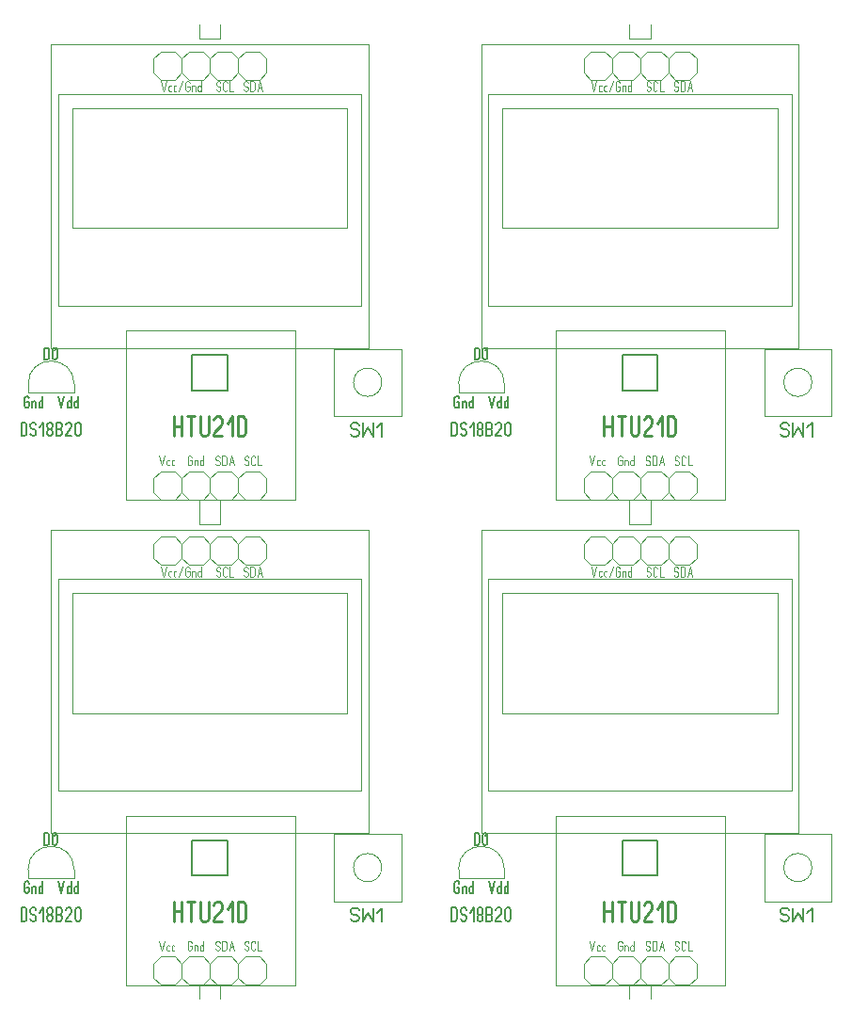
<source format=gbr>
%FSLAX34Y34*%
%MOMM*%
%LNSILK_TOP*%
G71*
G01*
%ADD10C, 0.100*%
%ADD11C, 0.133*%
%ADD12C, 0.200*%
%ADD13C, 0.220*%
%ADD14C, 0.110*%
%ADD15C, 0.156*%
%LPD*%
G54D10*
X31788Y-322962D02*
X31788Y-330962D01*
X72988Y-330962D01*
X72988Y-322962D01*
G54D10*
G75*
G01X73088Y-323062D02*
G03X31688Y-323062I-20700J0D01*
G01*
G54D11*
X30421Y-339104D02*
X32554Y-339104D01*
X32554Y-342438D01*
X32021Y-343771D01*
X30954Y-344438D01*
X29888Y-344438D01*
X28821Y-343771D01*
X28288Y-342438D01*
X28288Y-335771D01*
X28821Y-334438D01*
X29888Y-333771D01*
X30954Y-333771D01*
X32021Y-334438D01*
X32554Y-335771D01*
G54D11*
X35488Y-344438D02*
X35488Y-338438D01*
G54D11*
X35488Y-339771D02*
X36021Y-338838D01*
X37088Y-338438D01*
X38154Y-338838D01*
X38688Y-339771D01*
X38688Y-344438D01*
G54D11*
X44820Y-344438D02*
X44820Y-333771D01*
G54D11*
X44820Y-340171D02*
X44287Y-338838D01*
X43220Y-338438D01*
X42154Y-338838D01*
X41620Y-340171D01*
X41620Y-342838D01*
X42154Y-344171D01*
X43220Y-344438D01*
X44287Y-344171D01*
X44820Y-342838D01*
G54D11*
X58925Y-333771D02*
X61592Y-344438D01*
X64258Y-333771D01*
G54D11*
X70391Y-344438D02*
X70391Y-333771D01*
G54D11*
X70391Y-340171D02*
X69858Y-338838D01*
X68791Y-338438D01*
X67724Y-338838D01*
X67191Y-340171D01*
X67191Y-342838D01*
X67724Y-344171D01*
X68791Y-344438D01*
X69858Y-344171D01*
X70391Y-342838D01*
G54D11*
X76524Y-344438D02*
X76524Y-333771D01*
G54D11*
X76524Y-340171D02*
X75991Y-338838D01*
X74924Y-338438D01*
X73857Y-338838D01*
X73324Y-340171D01*
X73324Y-342838D01*
X73857Y-344171D01*
X74924Y-344438D01*
X75991Y-344171D01*
X76524Y-342838D01*
G54D11*
X46350Y-290425D02*
X46350Y-301092D01*
X49017Y-301092D01*
X50083Y-300425D01*
X50617Y-299092D01*
X50617Y-292425D01*
X50083Y-291092D01*
X49017Y-290425D01*
X46350Y-290425D01*
G54D11*
X55683Y-292425D02*
X58350Y-290425D01*
G54D11*
X57817Y-299092D02*
X57817Y-292425D01*
X57283Y-291092D01*
X56217Y-290425D01*
X55150Y-290425D01*
X54083Y-291092D01*
X53550Y-292425D01*
X53550Y-299092D01*
X54083Y-300425D01*
X55150Y-301092D01*
X56217Y-301092D01*
X57283Y-300425D01*
X57817Y-299092D01*
G54D10*
X367506Y-291306D02*
X307106Y-291306D01*
X307106Y-351706D01*
X367506Y-351706D01*
X367506Y-291306D01*
G54D10*
G75*
G01X350044Y-321469D02*
G03X350044Y-321469I-12700J0D01*
G01*
G54D10*
X119562Y-275162D02*
X271962Y-275162D01*
X271962Y-427562D01*
X119562Y-427562D01*
X119562Y-275162D01*
G54D10*
X246062Y-407938D02*
X239762Y-401638D01*
X226962Y-401638D01*
X220662Y-407938D01*
X220662Y-420738D01*
X226962Y-427038D01*
X239762Y-427038D01*
X246062Y-420738D01*
X246062Y-407938D01*
G54D10*
X220662Y-407938D02*
X214362Y-401638D01*
X201562Y-401638D01*
X195262Y-407938D01*
X195262Y-420738D01*
X201562Y-427038D01*
X214362Y-427038D01*
X220662Y-420738D01*
X220662Y-407938D01*
G54D10*
X195262Y-407938D02*
X188962Y-401638D01*
X176162Y-401638D01*
X169862Y-407938D01*
X169862Y-420738D01*
X176162Y-427038D01*
X188962Y-427038D01*
X195262Y-420738D01*
X195262Y-407938D01*
G54D10*
X169862Y-407938D02*
X163562Y-401638D01*
X150762Y-401638D01*
X144462Y-407938D01*
X144462Y-420738D01*
X150762Y-427038D01*
X163562Y-427038D01*
X169862Y-420738D01*
X169862Y-407938D01*
G54D12*
X179338Y-296862D02*
X211088Y-296862D01*
X211088Y-328612D01*
X179338Y-328612D01*
X179338Y-296862D01*
G54D13*
X162900Y-369838D02*
X162900Y-352060D01*
G54D13*
X170011Y-369838D02*
X170011Y-352060D01*
G54D13*
X162900Y-360949D02*
X170011Y-360949D01*
G54D13*
X178456Y-369838D02*
X178456Y-352060D01*
G54D13*
X174900Y-352060D02*
X182011Y-352060D01*
G54D13*
X186900Y-352060D02*
X186900Y-366504D01*
X187789Y-368726D01*
X189567Y-369838D01*
X191344Y-369838D01*
X193122Y-368726D01*
X194011Y-366504D01*
X194011Y-352060D01*
G54D13*
X206011Y-369838D02*
X198900Y-369838D01*
X198900Y-368726D01*
X199789Y-366504D01*
X205122Y-359838D01*
X206011Y-357615D01*
X206011Y-355393D01*
X205122Y-353171D01*
X203344Y-352060D01*
X201567Y-352060D01*
X199789Y-353171D01*
X198900Y-355393D01*
G54D13*
X210900Y-358726D02*
X215344Y-352060D01*
X215344Y-369838D01*
G54D13*
X220200Y-369838D02*
X220200Y-352060D01*
X224644Y-352060D01*
X226422Y-353171D01*
X227311Y-355393D01*
X227311Y-366504D01*
X226422Y-368726D01*
X224644Y-369838D01*
X220200Y-369838D01*
G54D14*
X149762Y-387336D02*
X151985Y-396225D01*
X154207Y-387336D01*
G54D14*
X158785Y-391558D02*
X157896Y-391225D01*
X157007Y-391558D01*
X156562Y-392669D01*
X156562Y-394892D01*
X157007Y-396003D01*
X157896Y-396225D01*
X158785Y-396003D01*
G54D14*
X163385Y-391558D02*
X162496Y-391225D01*
X161607Y-391558D01*
X161162Y-392669D01*
X161162Y-394892D01*
X161607Y-396003D01*
X162496Y-396225D01*
X163385Y-396003D01*
G54D14*
X177303Y-391780D02*
X179081Y-391780D01*
X179081Y-394558D01*
X178636Y-395669D01*
X177747Y-396225D01*
X176858Y-396225D01*
X175969Y-395669D01*
X175525Y-394558D01*
X175525Y-389003D01*
X175969Y-387892D01*
X176858Y-387336D01*
X177747Y-387336D01*
X178636Y-387892D01*
X179081Y-389003D01*
G54D14*
X181525Y-396225D02*
X181525Y-391225D01*
G54D14*
X181525Y-392336D02*
X181969Y-391558D01*
X182858Y-391225D01*
X183747Y-391558D01*
X184192Y-392336D01*
X184192Y-396225D01*
G54D14*
X189292Y-396225D02*
X189292Y-387336D01*
G54D14*
X189292Y-392669D02*
X188847Y-391558D01*
X187958Y-391225D01*
X187069Y-391558D01*
X186625Y-392669D01*
X186625Y-394892D01*
X187069Y-396003D01*
X187958Y-396225D01*
X188847Y-396003D01*
X189292Y-394892D01*
G54D14*
X226662Y-394558D02*
X227107Y-395669D01*
X227996Y-396225D01*
X228885Y-396225D01*
X229774Y-395669D01*
X230218Y-394558D01*
X230218Y-393447D01*
X229774Y-392336D01*
X228885Y-391780D01*
X227996Y-391780D01*
X227107Y-391225D01*
X226662Y-390114D01*
X226662Y-389003D01*
X227107Y-387892D01*
X227996Y-387336D01*
X228885Y-387336D01*
X229774Y-387892D01*
X230218Y-389003D01*
G54D14*
X236218Y-394558D02*
X235774Y-395669D01*
X234885Y-396225D01*
X233996Y-396225D01*
X233107Y-395669D01*
X232662Y-394558D01*
X232662Y-389003D01*
X233107Y-387892D01*
X233996Y-387336D01*
X234885Y-387336D01*
X235774Y-387892D01*
X236218Y-389003D01*
G54D14*
X238662Y-387336D02*
X238662Y-396225D01*
X241774Y-396225D01*
G54D14*
X200525Y-394558D02*
X200969Y-395669D01*
X201858Y-396225D01*
X202747Y-396225D01*
X203636Y-395669D01*
X204081Y-394558D01*
X204081Y-393447D01*
X203636Y-392336D01*
X202747Y-391780D01*
X201858Y-391780D01*
X200969Y-391225D01*
X200525Y-390114D01*
X200525Y-389003D01*
X200969Y-387892D01*
X201858Y-387336D01*
X202747Y-387336D01*
X203636Y-387892D01*
X204081Y-389003D01*
G54D14*
X206525Y-396225D02*
X206525Y-387336D01*
X208747Y-387336D01*
X209636Y-387892D01*
X210081Y-389003D01*
X210081Y-394558D01*
X209636Y-395669D01*
X208747Y-396225D01*
X206525Y-396225D01*
G54D14*
X212525Y-396225D02*
X214747Y-387336D01*
X216969Y-396225D01*
G54D14*
X213414Y-392892D02*
X216081Y-392892D01*
G54D10*
X185738Y50D02*
X185738Y-12650D01*
X204788Y-12650D01*
X204788Y50D01*
G54D10*
X185800Y-439738D02*
X185800Y-427038D01*
X204850Y-427038D01*
X204850Y-439738D01*
G54D10*
X52388Y-17412D02*
X338138Y-17412D01*
X338138Y-290462D01*
X52388Y-290462D01*
X52388Y-17412D01*
G54D10*
X58738Y-61862D02*
X331788Y-61862D01*
X331788Y-252362D01*
X58738Y-252362D01*
X58738Y-61862D01*
G54D10*
X71438Y-74562D02*
X319088Y-74562D01*
X319088Y-182512D01*
X71438Y-182512D01*
X71438Y-74562D01*
G54D10*
X246062Y-42912D02*
X239762Y-49212D01*
X226962Y-49212D01*
X220662Y-42912D01*
X220662Y-30112D01*
X226962Y-23812D01*
X239762Y-23812D01*
X246062Y-30112D01*
X246062Y-42912D01*
G54D10*
X220662Y-42912D02*
X214362Y-49212D01*
X201562Y-49212D01*
X195262Y-42912D01*
X195262Y-30112D01*
X201562Y-23812D01*
X214362Y-23812D01*
X220662Y-30112D01*
X220662Y-42912D01*
G54D10*
X195262Y-42912D02*
X188962Y-49212D01*
X176162Y-49212D01*
X169862Y-42912D01*
X169862Y-30112D01*
X176162Y-23812D01*
X188962Y-23812D01*
X195262Y-30112D01*
X195262Y-42912D01*
G54D10*
X169862Y-42912D02*
X163562Y-49212D01*
X150762Y-49212D01*
X144462Y-42912D01*
X144462Y-30112D01*
X150762Y-23812D01*
X163562Y-23812D01*
X169862Y-30112D01*
X169862Y-42912D01*
G54D14*
X151438Y-50761D02*
X153660Y-59650D01*
X155882Y-50761D01*
G54D14*
X160460Y-54983D02*
X159571Y-54650D01*
X158682Y-54983D01*
X158238Y-56094D01*
X158238Y-58317D01*
X158682Y-59428D01*
X159571Y-59650D01*
X160460Y-59428D01*
G54D14*
X165060Y-54983D02*
X164171Y-54650D01*
X163282Y-54983D01*
X162838Y-56094D01*
X162838Y-58317D01*
X163282Y-59428D01*
X164171Y-59650D01*
X165060Y-59428D01*
G54D14*
X167438Y-59650D02*
X170993Y-50761D01*
G54D14*
X175215Y-55206D02*
X176993Y-55206D01*
X176993Y-57983D01*
X176549Y-59094D01*
X175660Y-59650D01*
X174771Y-59650D01*
X173882Y-59094D01*
X173438Y-57983D01*
X173438Y-52428D01*
X173882Y-51317D01*
X174771Y-50761D01*
X175660Y-50761D01*
X176549Y-51317D01*
X176993Y-52428D01*
G54D14*
X179438Y-59650D02*
X179438Y-54650D01*
G54D14*
X179438Y-55761D02*
X179882Y-54983D01*
X180771Y-54650D01*
X181660Y-54983D01*
X182104Y-55761D01*
X182104Y-59650D01*
G54D14*
X187204Y-59650D02*
X187204Y-50761D01*
G54D14*
X187204Y-56094D02*
X186760Y-54983D01*
X185871Y-54650D01*
X184982Y-54983D01*
X184538Y-56094D01*
X184538Y-58317D01*
X184982Y-59428D01*
X185871Y-59650D01*
X186760Y-59428D01*
X187204Y-58317D01*
G54D14*
X201288Y-57983D02*
X201732Y-59094D01*
X202621Y-59650D01*
X203510Y-59650D01*
X204399Y-59094D01*
X204843Y-57983D01*
X204843Y-56872D01*
X204399Y-55761D01*
X203510Y-55206D01*
X202621Y-55206D01*
X201732Y-54650D01*
X201288Y-53539D01*
X201288Y-52428D01*
X201732Y-51317D01*
X202621Y-50761D01*
X203510Y-50761D01*
X204399Y-51317D01*
X204843Y-52428D01*
G54D14*
X210843Y-57983D02*
X210399Y-59094D01*
X209510Y-59650D01*
X208621Y-59650D01*
X207732Y-59094D01*
X207288Y-57983D01*
X207288Y-52428D01*
X207732Y-51317D01*
X208621Y-50761D01*
X209510Y-50761D01*
X210399Y-51317D01*
X210843Y-52428D01*
G54D14*
X213288Y-50761D02*
X213288Y-59650D01*
X216399Y-59650D01*
G54D14*
X225950Y-57983D02*
X226394Y-59094D01*
X227283Y-59650D01*
X228172Y-59650D01*
X229061Y-59094D01*
X229506Y-57983D01*
X229506Y-56872D01*
X229061Y-55761D01*
X228172Y-55206D01*
X227283Y-55206D01*
X226394Y-54650D01*
X225950Y-53539D01*
X225950Y-52428D01*
X226394Y-51317D01*
X227283Y-50761D01*
X228172Y-50761D01*
X229061Y-51317D01*
X229506Y-52428D01*
G54D14*
X231950Y-59650D02*
X231950Y-50761D01*
X234172Y-50761D01*
X235061Y-51317D01*
X235506Y-52428D01*
X235506Y-57983D01*
X235061Y-59094D01*
X234172Y-59650D01*
X231950Y-59650D01*
G54D14*
X237950Y-59650D02*
X240172Y-50761D01*
X242394Y-59650D01*
G54D14*
X238839Y-56317D02*
X241506Y-56317D01*
G54D15*
X322050Y-367729D02*
X322984Y-369285D01*
X324850Y-370062D01*
X326717Y-370062D01*
X328584Y-369285D01*
X329517Y-367729D01*
X329517Y-366174D01*
X328584Y-364618D01*
X326717Y-363840D01*
X324850Y-363840D01*
X322984Y-363062D01*
X322050Y-361507D01*
X322050Y-359951D01*
X322984Y-358396D01*
X324850Y-357618D01*
X326717Y-357618D01*
X328584Y-358396D01*
X329517Y-359951D01*
G54D15*
X332940Y-357618D02*
X332940Y-370062D01*
X337606Y-362285D01*
X342273Y-370062D01*
X342273Y-357618D01*
G54D15*
X345694Y-362285D02*
X350361Y-357618D01*
X350361Y-370062D01*
G54D15*
X25413Y-369874D02*
X25413Y-357430D01*
X28524Y-357430D01*
X29769Y-358208D01*
X30391Y-359763D01*
X30391Y-367541D01*
X29769Y-369097D01*
X28524Y-369874D01*
X25413Y-369874D01*
G54D15*
X33813Y-367541D02*
X34435Y-369097D01*
X35680Y-369874D01*
X36924Y-369874D01*
X38169Y-369097D01*
X38791Y-367541D01*
X38791Y-365986D01*
X38169Y-364430D01*
X36924Y-363652D01*
X35680Y-363652D01*
X34435Y-362874D01*
X33813Y-361319D01*
X33813Y-359763D01*
X34435Y-358208D01*
X35680Y-357430D01*
X36924Y-357430D01*
X38169Y-358208D01*
X38791Y-359763D01*
G54D15*
X42213Y-362097D02*
X45324Y-357430D01*
X45324Y-369874D01*
G54D15*
X51857Y-363652D02*
X50613Y-363652D01*
X49368Y-362874D01*
X48746Y-361319D01*
X48746Y-359763D01*
X49368Y-358208D01*
X50613Y-357430D01*
X51857Y-357430D01*
X53102Y-358208D01*
X53724Y-359763D01*
X53724Y-361319D01*
X53102Y-362874D01*
X51857Y-363652D01*
X53102Y-364430D01*
X53724Y-365986D01*
X53724Y-367541D01*
X53102Y-369097D01*
X51857Y-369874D01*
X50613Y-369874D01*
X49368Y-369097D01*
X48746Y-367541D01*
X48746Y-365986D01*
X49368Y-364430D01*
X50613Y-363652D01*
G54D15*
X57146Y-369874D02*
X57146Y-357430D01*
X60257Y-357430D01*
X61502Y-358208D01*
X62124Y-359763D01*
X62124Y-361319D01*
X61502Y-362874D01*
X60257Y-363652D01*
X61502Y-364430D01*
X62124Y-365986D01*
X62124Y-367541D01*
X61502Y-369097D01*
X60257Y-369874D01*
X57146Y-369874D01*
G54D15*
X57146Y-363652D02*
X60257Y-363652D01*
G54D15*
X70524Y-369874D02*
X65546Y-369874D01*
X65546Y-369097D01*
X66168Y-367541D01*
X69902Y-362874D01*
X70524Y-361319D01*
X70524Y-359763D01*
X69902Y-358208D01*
X68657Y-357430D01*
X67413Y-357430D01*
X66168Y-358208D01*
X65546Y-359763D01*
G54D15*
X78924Y-359763D02*
X78924Y-367541D01*
X78302Y-369097D01*
X77057Y-369874D01*
X75813Y-369874D01*
X74568Y-369097D01*
X73946Y-367541D01*
X73946Y-359763D01*
X74568Y-358208D01*
X75813Y-357430D01*
X77057Y-357430D01*
X78302Y-358208D01*
X78924Y-359763D01*
G54D10*
X419138Y-322962D02*
X419138Y-330962D01*
X460338Y-330962D01*
X460338Y-322962D01*
G54D10*
G75*
G01X460438Y-323062D02*
G03X419038Y-323062I-20700J0D01*
G01*
G54D11*
X417771Y-339104D02*
X419904Y-339104D01*
X419904Y-342438D01*
X419371Y-343771D01*
X418304Y-344438D01*
X417238Y-344438D01*
X416171Y-343771D01*
X415638Y-342438D01*
X415638Y-335771D01*
X416171Y-334438D01*
X417238Y-333771D01*
X418304Y-333771D01*
X419371Y-334438D01*
X419904Y-335771D01*
G54D11*
X422838Y-344438D02*
X422838Y-338438D01*
G54D11*
X422838Y-339771D02*
X423371Y-338838D01*
X424438Y-338438D01*
X425504Y-338838D01*
X426038Y-339771D01*
X426038Y-344438D01*
G54D11*
X432170Y-344438D02*
X432170Y-333771D01*
G54D11*
X432170Y-340171D02*
X431637Y-338838D01*
X430570Y-338438D01*
X429504Y-338838D01*
X428970Y-340171D01*
X428970Y-342838D01*
X429504Y-344171D01*
X430570Y-344438D01*
X431637Y-344171D01*
X432170Y-342838D01*
G54D11*
X446275Y-333771D02*
X448942Y-344438D01*
X451608Y-333771D01*
G54D11*
X457741Y-344438D02*
X457741Y-333771D01*
G54D11*
X457741Y-340171D02*
X457208Y-338838D01*
X456141Y-338438D01*
X455074Y-338838D01*
X454541Y-340171D01*
X454541Y-342838D01*
X455074Y-344171D01*
X456141Y-344438D01*
X457208Y-344171D01*
X457741Y-342838D01*
G54D11*
X463874Y-344438D02*
X463874Y-333771D01*
G54D11*
X463874Y-340171D02*
X463341Y-338838D01*
X462274Y-338438D01*
X461207Y-338838D01*
X460674Y-340171D01*
X460674Y-342838D01*
X461207Y-344171D01*
X462274Y-344438D01*
X463341Y-344171D01*
X463874Y-342838D01*
G54D11*
X433700Y-290425D02*
X433700Y-301092D01*
X436367Y-301092D01*
X437433Y-300425D01*
X437967Y-299092D01*
X437967Y-292425D01*
X437433Y-291092D01*
X436367Y-290425D01*
X433700Y-290425D01*
G54D11*
X443033Y-292425D02*
X445700Y-290425D01*
G54D11*
X445167Y-299092D02*
X445167Y-292425D01*
X444633Y-291092D01*
X443567Y-290425D01*
X442500Y-290425D01*
X441433Y-291092D01*
X440900Y-292425D01*
X440900Y-299092D01*
X441433Y-300425D01*
X442500Y-301092D01*
X443567Y-301092D01*
X444633Y-300425D01*
X445167Y-299092D01*
G54D10*
X754856Y-291306D02*
X694456Y-291306D01*
X694456Y-351706D01*
X754856Y-351706D01*
X754856Y-291306D01*
G54D10*
G75*
G01X737394Y-321469D02*
G03X737394Y-321469I-12700J0D01*
G01*
G54D10*
X506912Y-275162D02*
X659312Y-275162D01*
X659312Y-427562D01*
X506912Y-427562D01*
X506912Y-275162D01*
G54D10*
X633412Y-407938D02*
X627112Y-401638D01*
X614312Y-401638D01*
X608012Y-407938D01*
X608012Y-420738D01*
X614312Y-427038D01*
X627112Y-427038D01*
X633412Y-420738D01*
X633412Y-407938D01*
G54D10*
X608012Y-407938D02*
X601712Y-401638D01*
X588912Y-401638D01*
X582612Y-407938D01*
X582612Y-420738D01*
X588912Y-427038D01*
X601712Y-427038D01*
X608012Y-420738D01*
X608012Y-407938D01*
G54D10*
X582612Y-407938D02*
X576312Y-401638D01*
X563512Y-401638D01*
X557212Y-407938D01*
X557212Y-420738D01*
X563512Y-427038D01*
X576312Y-427038D01*
X582612Y-420738D01*
X582612Y-407938D01*
G54D10*
X557212Y-407938D02*
X550912Y-401638D01*
X538112Y-401638D01*
X531812Y-407938D01*
X531812Y-420738D01*
X538112Y-427038D01*
X550912Y-427038D01*
X557212Y-420738D01*
X557212Y-407938D01*
G54D12*
X566688Y-296862D02*
X598438Y-296862D01*
X598438Y-328612D01*
X566688Y-328612D01*
X566688Y-296862D01*
G54D13*
X550250Y-369838D02*
X550250Y-352060D01*
G54D13*
X557361Y-369838D02*
X557361Y-352060D01*
G54D13*
X550250Y-360949D02*
X557361Y-360949D01*
G54D13*
X565806Y-369838D02*
X565806Y-352060D01*
G54D13*
X562250Y-352060D02*
X569361Y-352060D01*
G54D13*
X574250Y-352060D02*
X574250Y-366504D01*
X575139Y-368726D01*
X576917Y-369838D01*
X578694Y-369838D01*
X580472Y-368726D01*
X581361Y-366504D01*
X581361Y-352060D01*
G54D13*
X593361Y-369838D02*
X586250Y-369838D01*
X586250Y-368726D01*
X587139Y-366504D01*
X592472Y-359838D01*
X593361Y-357615D01*
X593361Y-355393D01*
X592472Y-353171D01*
X590694Y-352060D01*
X588917Y-352060D01*
X587139Y-353171D01*
X586250Y-355393D01*
G54D13*
X598250Y-358726D02*
X602694Y-352060D01*
X602694Y-369838D01*
G54D13*
X607550Y-369838D02*
X607550Y-352060D01*
X611994Y-352060D01*
X613772Y-353171D01*
X614661Y-355393D01*
X614661Y-366504D01*
X613772Y-368726D01*
X611994Y-369838D01*
X607550Y-369838D01*
G54D14*
X537112Y-387336D02*
X539335Y-396225D01*
X541557Y-387336D01*
G54D14*
X546135Y-391558D02*
X545246Y-391225D01*
X544357Y-391558D01*
X543912Y-392669D01*
X543912Y-394892D01*
X544357Y-396003D01*
X545246Y-396225D01*
X546135Y-396003D01*
G54D14*
X550735Y-391558D02*
X549846Y-391225D01*
X548957Y-391558D01*
X548512Y-392669D01*
X548512Y-394892D01*
X548957Y-396003D01*
X549846Y-396225D01*
X550735Y-396003D01*
G54D14*
X564653Y-391780D02*
X566431Y-391780D01*
X566431Y-394558D01*
X565986Y-395669D01*
X565097Y-396225D01*
X564208Y-396225D01*
X563319Y-395669D01*
X562875Y-394558D01*
X562875Y-389003D01*
X563319Y-387892D01*
X564208Y-387336D01*
X565097Y-387336D01*
X565986Y-387892D01*
X566431Y-389003D01*
G54D14*
X568875Y-396225D02*
X568875Y-391225D01*
G54D14*
X568875Y-392336D02*
X569319Y-391558D01*
X570208Y-391225D01*
X571097Y-391558D01*
X571542Y-392336D01*
X571542Y-396225D01*
G54D14*
X576642Y-396225D02*
X576642Y-387336D01*
G54D14*
X576642Y-392669D02*
X576197Y-391558D01*
X575308Y-391225D01*
X574419Y-391558D01*
X573975Y-392669D01*
X573975Y-394892D01*
X574419Y-396003D01*
X575308Y-396225D01*
X576197Y-396003D01*
X576642Y-394892D01*
G54D14*
X614012Y-394558D02*
X614457Y-395669D01*
X615346Y-396225D01*
X616235Y-396225D01*
X617124Y-395669D01*
X617568Y-394558D01*
X617568Y-393447D01*
X617124Y-392336D01*
X616235Y-391780D01*
X615346Y-391780D01*
X614457Y-391225D01*
X614012Y-390114D01*
X614012Y-389003D01*
X614457Y-387892D01*
X615346Y-387336D01*
X616235Y-387336D01*
X617124Y-387892D01*
X617568Y-389003D01*
G54D14*
X623568Y-394558D02*
X623124Y-395669D01*
X622235Y-396225D01*
X621346Y-396225D01*
X620457Y-395669D01*
X620012Y-394558D01*
X620012Y-389003D01*
X620457Y-387892D01*
X621346Y-387336D01*
X622235Y-387336D01*
X623124Y-387892D01*
X623568Y-389003D01*
G54D14*
X626012Y-387336D02*
X626012Y-396225D01*
X629124Y-396225D01*
G54D14*
X587875Y-394558D02*
X588319Y-395669D01*
X589208Y-396225D01*
X590097Y-396225D01*
X590986Y-395669D01*
X591431Y-394558D01*
X591431Y-393447D01*
X590986Y-392336D01*
X590097Y-391780D01*
X589208Y-391780D01*
X588319Y-391225D01*
X587875Y-390114D01*
X587875Y-389003D01*
X588319Y-387892D01*
X589208Y-387336D01*
X590097Y-387336D01*
X590986Y-387892D01*
X591431Y-389003D01*
G54D14*
X593875Y-396225D02*
X593875Y-387336D01*
X596097Y-387336D01*
X596986Y-387892D01*
X597431Y-389003D01*
X597431Y-394558D01*
X596986Y-395669D01*
X596097Y-396225D01*
X593875Y-396225D01*
G54D14*
X599875Y-396225D02*
X602097Y-387336D01*
X604319Y-396225D01*
G54D14*
X600764Y-392892D02*
X603431Y-392892D01*
G54D10*
X573088Y50D02*
X573088Y-12650D01*
X592138Y-12650D01*
X592138Y50D01*
G54D10*
X573150Y-439738D02*
X573150Y-427038D01*
X592200Y-427038D01*
X592200Y-439738D01*
G54D10*
X439738Y-17412D02*
X725488Y-17412D01*
X725488Y-290462D01*
X439738Y-290462D01*
X439738Y-17412D01*
G54D10*
X446088Y-61862D02*
X719138Y-61862D01*
X719138Y-252362D01*
X446088Y-252362D01*
X446088Y-61862D01*
G54D10*
X458788Y-74562D02*
X706438Y-74562D01*
X706438Y-182512D01*
X458788Y-182512D01*
X458788Y-74562D01*
G54D10*
X633412Y-42912D02*
X627112Y-49212D01*
X614312Y-49212D01*
X608012Y-42912D01*
X608012Y-30112D01*
X614312Y-23812D01*
X627112Y-23812D01*
X633412Y-30112D01*
X633412Y-42912D01*
G54D10*
X608012Y-42912D02*
X601712Y-49212D01*
X588912Y-49212D01*
X582612Y-42912D01*
X582612Y-30112D01*
X588912Y-23812D01*
X601712Y-23812D01*
X608012Y-30112D01*
X608012Y-42912D01*
G54D10*
X582612Y-42912D02*
X576312Y-49212D01*
X563512Y-49212D01*
X557212Y-42912D01*
X557212Y-30112D01*
X563512Y-23812D01*
X576312Y-23812D01*
X582612Y-30112D01*
X582612Y-42912D01*
G54D10*
X557212Y-42912D02*
X550912Y-49212D01*
X538112Y-49212D01*
X531812Y-42912D01*
X531812Y-30112D01*
X538112Y-23812D01*
X550912Y-23812D01*
X557212Y-30112D01*
X557212Y-42912D01*
G54D14*
X538788Y-50761D02*
X541010Y-59650D01*
X543232Y-50761D01*
G54D14*
X547810Y-54983D02*
X546921Y-54650D01*
X546032Y-54983D01*
X545588Y-56094D01*
X545588Y-58317D01*
X546032Y-59428D01*
X546921Y-59650D01*
X547810Y-59428D01*
G54D14*
X552410Y-54983D02*
X551521Y-54650D01*
X550632Y-54983D01*
X550188Y-56094D01*
X550188Y-58317D01*
X550632Y-59428D01*
X551521Y-59650D01*
X552410Y-59428D01*
G54D14*
X554788Y-59650D02*
X558343Y-50761D01*
G54D14*
X562565Y-55206D02*
X564343Y-55206D01*
X564343Y-57983D01*
X563899Y-59094D01*
X563010Y-59650D01*
X562121Y-59650D01*
X561232Y-59094D01*
X560788Y-57983D01*
X560788Y-52428D01*
X561232Y-51317D01*
X562121Y-50761D01*
X563010Y-50761D01*
X563899Y-51317D01*
X564343Y-52428D01*
G54D14*
X566788Y-59650D02*
X566788Y-54650D01*
G54D14*
X566788Y-55761D02*
X567232Y-54983D01*
X568121Y-54650D01*
X569010Y-54983D01*
X569454Y-55761D01*
X569454Y-59650D01*
G54D14*
X574554Y-59650D02*
X574554Y-50761D01*
G54D14*
X574554Y-56094D02*
X574110Y-54983D01*
X573221Y-54650D01*
X572332Y-54983D01*
X571888Y-56094D01*
X571888Y-58317D01*
X572332Y-59428D01*
X573221Y-59650D01*
X574110Y-59428D01*
X574554Y-58317D01*
G54D14*
X588638Y-57983D02*
X589082Y-59094D01*
X589971Y-59650D01*
X590860Y-59650D01*
X591749Y-59094D01*
X592193Y-57983D01*
X592193Y-56872D01*
X591749Y-55761D01*
X590860Y-55206D01*
X589971Y-55206D01*
X589082Y-54650D01*
X588638Y-53539D01*
X588638Y-52428D01*
X589082Y-51317D01*
X589971Y-50761D01*
X590860Y-50761D01*
X591749Y-51317D01*
X592193Y-52428D01*
G54D14*
X598193Y-57983D02*
X597749Y-59094D01*
X596860Y-59650D01*
X595971Y-59650D01*
X595082Y-59094D01*
X594638Y-57983D01*
X594638Y-52428D01*
X595082Y-51317D01*
X595971Y-50761D01*
X596860Y-50761D01*
X597749Y-51317D01*
X598193Y-52428D01*
G54D14*
X600638Y-50761D02*
X600638Y-59650D01*
X603749Y-59650D01*
G54D14*
X613300Y-57983D02*
X613744Y-59094D01*
X614633Y-59650D01*
X615522Y-59650D01*
X616411Y-59094D01*
X616856Y-57983D01*
X616856Y-56872D01*
X616411Y-55761D01*
X615522Y-55206D01*
X614633Y-55206D01*
X613744Y-54650D01*
X613300Y-53539D01*
X613300Y-52428D01*
X613744Y-51317D01*
X614633Y-50761D01*
X615522Y-50761D01*
X616411Y-51317D01*
X616856Y-52428D01*
G54D14*
X619300Y-59650D02*
X619300Y-50761D01*
X621522Y-50761D01*
X622411Y-51317D01*
X622856Y-52428D01*
X622856Y-57983D01*
X622411Y-59094D01*
X621522Y-59650D01*
X619300Y-59650D01*
G54D14*
X625300Y-59650D02*
X627522Y-50761D01*
X629744Y-59650D01*
G54D14*
X626189Y-56317D02*
X628856Y-56317D01*
G54D15*
X709400Y-367729D02*
X710334Y-369285D01*
X712200Y-370062D01*
X714067Y-370062D01*
X715934Y-369285D01*
X716867Y-367729D01*
X716867Y-366174D01*
X715934Y-364618D01*
X714067Y-363840D01*
X712200Y-363840D01*
X710334Y-363062D01*
X709400Y-361507D01*
X709400Y-359951D01*
X710334Y-358396D01*
X712200Y-357618D01*
X714067Y-357618D01*
X715934Y-358396D01*
X716867Y-359951D01*
G54D15*
X720290Y-357618D02*
X720290Y-370062D01*
X724956Y-362285D01*
X729623Y-370062D01*
X729623Y-357618D01*
G54D15*
X733044Y-362285D02*
X737711Y-357618D01*
X737711Y-370062D01*
G54D15*
X412763Y-369874D02*
X412763Y-357430D01*
X415874Y-357430D01*
X417119Y-358208D01*
X417741Y-359763D01*
X417741Y-367541D01*
X417119Y-369097D01*
X415874Y-369874D01*
X412763Y-369874D01*
G54D15*
X421163Y-367541D02*
X421785Y-369097D01*
X423030Y-369874D01*
X424274Y-369874D01*
X425519Y-369097D01*
X426141Y-367541D01*
X426141Y-365986D01*
X425519Y-364430D01*
X424274Y-363652D01*
X423030Y-363652D01*
X421785Y-362874D01*
X421163Y-361319D01*
X421163Y-359763D01*
X421785Y-358208D01*
X423030Y-357430D01*
X424274Y-357430D01*
X425519Y-358208D01*
X426141Y-359763D01*
G54D15*
X429563Y-362097D02*
X432674Y-357430D01*
X432674Y-369874D01*
G54D15*
X439207Y-363652D02*
X437963Y-363652D01*
X436718Y-362874D01*
X436096Y-361319D01*
X436096Y-359763D01*
X436718Y-358208D01*
X437963Y-357430D01*
X439207Y-357430D01*
X440452Y-358208D01*
X441074Y-359763D01*
X441074Y-361319D01*
X440452Y-362874D01*
X439207Y-363652D01*
X440452Y-364430D01*
X441074Y-365986D01*
X441074Y-367541D01*
X440452Y-369097D01*
X439207Y-369874D01*
X437963Y-369874D01*
X436718Y-369097D01*
X436096Y-367541D01*
X436096Y-365986D01*
X436718Y-364430D01*
X437963Y-363652D01*
G54D15*
X444496Y-369874D02*
X444496Y-357430D01*
X447607Y-357430D01*
X448852Y-358208D01*
X449474Y-359763D01*
X449474Y-361319D01*
X448852Y-362874D01*
X447607Y-363652D01*
X448852Y-364430D01*
X449474Y-365986D01*
X449474Y-367541D01*
X448852Y-369097D01*
X447607Y-369874D01*
X444496Y-369874D01*
G54D15*
X444496Y-363652D02*
X447607Y-363652D01*
G54D15*
X457874Y-369874D02*
X452896Y-369874D01*
X452896Y-369097D01*
X453518Y-367541D01*
X457252Y-362874D01*
X457874Y-361319D01*
X457874Y-359763D01*
X457252Y-358208D01*
X456007Y-357430D01*
X454763Y-357430D01*
X453518Y-358208D01*
X452896Y-359763D01*
G54D15*
X466274Y-359763D02*
X466274Y-367541D01*
X465652Y-369097D01*
X464407Y-369874D01*
X463163Y-369874D01*
X461918Y-369097D01*
X461296Y-367541D01*
X461296Y-359763D01*
X461918Y-358208D01*
X463163Y-357430D01*
X464407Y-357430D01*
X465652Y-358208D01*
X466274Y-359763D01*
G54D10*
X31788Y-759525D02*
X31788Y-767525D01*
X72988Y-767525D01*
X72988Y-759525D01*
G54D10*
G75*
G01X73088Y-759625D02*
G03X31688Y-759625I-20700J0D01*
G01*
G54D11*
X30421Y-775667D02*
X32554Y-775667D01*
X32554Y-779000D01*
X32021Y-780333D01*
X30954Y-781000D01*
X29888Y-781000D01*
X28821Y-780333D01*
X28288Y-779000D01*
X28288Y-772333D01*
X28821Y-771000D01*
X29888Y-770333D01*
X30954Y-770333D01*
X32021Y-771000D01*
X32554Y-772333D01*
G54D11*
X35488Y-781000D02*
X35488Y-775000D01*
G54D11*
X35488Y-776333D02*
X36021Y-775400D01*
X37088Y-775000D01*
X38154Y-775400D01*
X38688Y-776333D01*
X38688Y-781000D01*
G54D11*
X44820Y-781000D02*
X44820Y-770333D01*
G54D11*
X44820Y-776733D02*
X44287Y-775400D01*
X43220Y-775000D01*
X42154Y-775400D01*
X41620Y-776733D01*
X41620Y-779400D01*
X42154Y-780733D01*
X43220Y-781000D01*
X44287Y-780733D01*
X44820Y-779400D01*
G54D11*
X58925Y-770333D02*
X61592Y-781000D01*
X64258Y-770333D01*
G54D11*
X70391Y-781000D02*
X70391Y-770333D01*
G54D11*
X70391Y-776733D02*
X69858Y-775400D01*
X68791Y-775000D01*
X67724Y-775400D01*
X67191Y-776733D01*
X67191Y-779400D01*
X67724Y-780733D01*
X68791Y-781000D01*
X69858Y-780733D01*
X70391Y-779400D01*
G54D11*
X76524Y-781000D02*
X76524Y-770333D01*
G54D11*
X76524Y-776733D02*
X75991Y-775400D01*
X74924Y-775000D01*
X73857Y-775400D01*
X73324Y-776733D01*
X73324Y-779400D01*
X73857Y-780733D01*
X74924Y-781000D01*
X75991Y-780733D01*
X76524Y-779400D01*
G54D11*
X46350Y-726988D02*
X46350Y-737654D01*
X49017Y-737654D01*
X50083Y-736988D01*
X50617Y-735654D01*
X50617Y-728988D01*
X50083Y-727654D01*
X49017Y-726988D01*
X46350Y-726988D01*
G54D11*
X55683Y-728988D02*
X58350Y-726988D01*
G54D11*
X57817Y-735654D02*
X57817Y-728988D01*
X57283Y-727654D01*
X56217Y-726988D01*
X55150Y-726988D01*
X54083Y-727654D01*
X53550Y-728988D01*
X53550Y-735654D01*
X54083Y-736988D01*
X55150Y-737654D01*
X56217Y-737654D01*
X57283Y-736988D01*
X57817Y-735654D01*
G54D10*
X367506Y-727869D02*
X307106Y-727869D01*
X307106Y-788269D01*
X367506Y-788269D01*
X367506Y-727869D01*
G54D10*
G75*
G01X350044Y-758031D02*
G03X350044Y-758031I-12700J0D01*
G01*
G54D10*
X119562Y-711725D02*
X271962Y-711725D01*
X271962Y-864125D01*
X119562Y-864125D01*
X119562Y-711725D01*
G54D10*
X246062Y-844500D02*
X239762Y-838200D01*
X226962Y-838200D01*
X220662Y-844500D01*
X220662Y-857300D01*
X226962Y-863600D01*
X239762Y-863600D01*
X246062Y-857300D01*
X246062Y-844500D01*
G54D10*
X220662Y-844500D02*
X214362Y-838200D01*
X201562Y-838200D01*
X195262Y-844500D01*
X195262Y-857300D01*
X201562Y-863600D01*
X214362Y-863600D01*
X220662Y-857300D01*
X220662Y-844500D01*
G54D10*
X195262Y-844500D02*
X188962Y-838200D01*
X176162Y-838200D01*
X169862Y-844500D01*
X169862Y-857300D01*
X176162Y-863600D01*
X188962Y-863600D01*
X195262Y-857300D01*
X195262Y-844500D01*
G54D10*
X169862Y-844500D02*
X163562Y-838200D01*
X150762Y-838200D01*
X144462Y-844500D01*
X144462Y-857300D01*
X150762Y-863600D01*
X163562Y-863600D01*
X169862Y-857300D01*
X169862Y-844500D01*
G54D12*
X179338Y-733425D02*
X211088Y-733425D01*
X211088Y-765175D01*
X179338Y-765175D01*
X179338Y-733425D01*
G54D13*
X162900Y-806400D02*
X162900Y-788622D01*
G54D13*
X170011Y-806400D02*
X170011Y-788622D01*
G54D13*
X162900Y-797511D02*
X170011Y-797511D01*
G54D13*
X178456Y-806400D02*
X178456Y-788622D01*
G54D13*
X174900Y-788622D02*
X182011Y-788622D01*
G54D13*
X186900Y-788622D02*
X186900Y-803067D01*
X187789Y-805289D01*
X189567Y-806400D01*
X191344Y-806400D01*
X193122Y-805289D01*
X194011Y-803067D01*
X194011Y-788622D01*
G54D13*
X206011Y-806400D02*
X198900Y-806400D01*
X198900Y-805289D01*
X199789Y-803067D01*
X205122Y-796400D01*
X206011Y-794178D01*
X206011Y-791956D01*
X205122Y-789733D01*
X203344Y-788622D01*
X201567Y-788622D01*
X199789Y-789733D01*
X198900Y-791956D01*
G54D13*
X210900Y-795289D02*
X215344Y-788622D01*
X215344Y-806400D01*
G54D13*
X220200Y-806400D02*
X220200Y-788622D01*
X224644Y-788622D01*
X226422Y-789733D01*
X227311Y-791956D01*
X227311Y-803067D01*
X226422Y-805289D01*
X224644Y-806400D01*
X220200Y-806400D01*
G54D14*
X149762Y-823899D02*
X151985Y-832788D01*
X154207Y-823899D01*
G54D14*
X158785Y-828121D02*
X157896Y-827788D01*
X157007Y-828121D01*
X156562Y-829232D01*
X156562Y-831454D01*
X157007Y-832565D01*
X157896Y-832788D01*
X158785Y-832565D01*
G54D14*
X163385Y-828121D02*
X162496Y-827788D01*
X161607Y-828121D01*
X161162Y-829232D01*
X161162Y-831454D01*
X161607Y-832565D01*
X162496Y-832788D01*
X163385Y-832565D01*
G54D14*
X177303Y-828343D02*
X179081Y-828343D01*
X179081Y-831121D01*
X178636Y-832232D01*
X177747Y-832788D01*
X176858Y-832788D01*
X175969Y-832232D01*
X175525Y-831121D01*
X175525Y-825565D01*
X175969Y-824454D01*
X176858Y-823899D01*
X177747Y-823899D01*
X178636Y-824454D01*
X179081Y-825565D01*
G54D14*
X181525Y-832788D02*
X181525Y-827788D01*
G54D14*
X181525Y-828899D02*
X181969Y-828121D01*
X182858Y-827788D01*
X183747Y-828121D01*
X184192Y-828899D01*
X184192Y-832788D01*
G54D14*
X189292Y-832788D02*
X189292Y-823899D01*
G54D14*
X189292Y-829232D02*
X188847Y-828121D01*
X187958Y-827788D01*
X187069Y-828121D01*
X186625Y-829232D01*
X186625Y-831454D01*
X187069Y-832565D01*
X187958Y-832788D01*
X188847Y-832565D01*
X189292Y-831454D01*
G54D14*
X226662Y-831121D02*
X227107Y-832232D01*
X227996Y-832788D01*
X228885Y-832788D01*
X229774Y-832232D01*
X230218Y-831121D01*
X230218Y-830010D01*
X229774Y-828899D01*
X228885Y-828343D01*
X227996Y-828343D01*
X227107Y-827788D01*
X226662Y-826676D01*
X226662Y-825565D01*
X227107Y-824454D01*
X227996Y-823899D01*
X228885Y-823899D01*
X229774Y-824454D01*
X230218Y-825565D01*
G54D14*
X236218Y-831121D02*
X235774Y-832232D01*
X234885Y-832788D01*
X233996Y-832788D01*
X233107Y-832232D01*
X232662Y-831121D01*
X232662Y-825565D01*
X233107Y-824454D01*
X233996Y-823899D01*
X234885Y-823899D01*
X235774Y-824454D01*
X236218Y-825565D01*
G54D14*
X238662Y-823899D02*
X238662Y-832788D01*
X241774Y-832788D01*
G54D14*
X200525Y-831121D02*
X200969Y-832232D01*
X201858Y-832788D01*
X202747Y-832788D01*
X203636Y-832232D01*
X204081Y-831121D01*
X204081Y-830010D01*
X203636Y-828899D01*
X202747Y-828343D01*
X201858Y-828343D01*
X200969Y-827788D01*
X200525Y-826676D01*
X200525Y-825565D01*
X200969Y-824454D01*
X201858Y-823899D01*
X202747Y-823899D01*
X203636Y-824454D01*
X204081Y-825565D01*
G54D14*
X206525Y-832788D02*
X206525Y-823899D01*
X208747Y-823899D01*
X209636Y-824454D01*
X210081Y-825565D01*
X210081Y-831121D01*
X209636Y-832232D01*
X208747Y-832788D01*
X206525Y-832788D01*
G54D14*
X212525Y-832788D02*
X214747Y-823899D01*
X216969Y-832788D01*
G54D14*
X213414Y-829454D02*
X216081Y-829454D01*
G54D10*
X185738Y-436512D02*
X185738Y-449212D01*
X204788Y-449212D01*
X204788Y-436512D01*
G54D10*
X185800Y-876300D02*
X185800Y-863600D01*
X204850Y-863600D01*
X204850Y-876300D01*
G54D10*
X52388Y-453975D02*
X338138Y-453975D01*
X338138Y-727025D01*
X52388Y-727025D01*
X52388Y-453975D01*
G54D10*
X58738Y-498425D02*
X331788Y-498425D01*
X331788Y-688925D01*
X58738Y-688925D01*
X58738Y-498425D01*
G54D10*
X71438Y-511125D02*
X319088Y-511125D01*
X319088Y-619075D01*
X71438Y-619075D01*
X71438Y-511125D01*
G54D10*
X246062Y-479475D02*
X239762Y-485775D01*
X226962Y-485775D01*
X220662Y-479475D01*
X220662Y-466675D01*
X226962Y-460375D01*
X239762Y-460375D01*
X246062Y-466675D01*
X246062Y-479475D01*
G54D10*
X220662Y-479475D02*
X214362Y-485775D01*
X201562Y-485775D01*
X195262Y-479475D01*
X195262Y-466675D01*
X201562Y-460375D01*
X214362Y-460375D01*
X220662Y-466675D01*
X220662Y-479475D01*
G54D10*
X195262Y-479475D02*
X188962Y-485775D01*
X176162Y-485775D01*
X169862Y-479475D01*
X169862Y-466675D01*
X176162Y-460375D01*
X188962Y-460375D01*
X195262Y-466675D01*
X195262Y-479475D01*
G54D10*
X169862Y-479475D02*
X163562Y-485775D01*
X150762Y-485775D01*
X144462Y-479475D01*
X144462Y-466675D01*
X150762Y-460375D01*
X163562Y-460375D01*
X169862Y-466675D01*
X169862Y-479475D01*
G54D14*
X151438Y-487324D02*
X153660Y-496212D01*
X155882Y-487324D01*
G54D14*
X160460Y-491546D02*
X159571Y-491212D01*
X158682Y-491546D01*
X158238Y-492657D01*
X158238Y-494879D01*
X158682Y-495990D01*
X159571Y-496212D01*
X160460Y-495990D01*
G54D14*
X165060Y-491546D02*
X164171Y-491212D01*
X163282Y-491546D01*
X162838Y-492657D01*
X162838Y-494879D01*
X163282Y-495990D01*
X164171Y-496212D01*
X165060Y-495990D01*
G54D14*
X167438Y-496212D02*
X170993Y-487324D01*
G54D14*
X175215Y-491768D02*
X176993Y-491768D01*
X176993Y-494546D01*
X176549Y-495657D01*
X175660Y-496212D01*
X174771Y-496212D01*
X173882Y-495657D01*
X173438Y-494546D01*
X173438Y-488990D01*
X173882Y-487879D01*
X174771Y-487324D01*
X175660Y-487324D01*
X176549Y-487879D01*
X176993Y-488990D01*
G54D14*
X179438Y-496212D02*
X179438Y-491212D01*
G54D14*
X179438Y-492324D02*
X179882Y-491546D01*
X180771Y-491212D01*
X181660Y-491546D01*
X182104Y-492324D01*
X182104Y-496212D01*
G54D14*
X187204Y-496212D02*
X187204Y-487324D01*
G54D14*
X187204Y-492657D02*
X186760Y-491546D01*
X185871Y-491212D01*
X184982Y-491546D01*
X184538Y-492657D01*
X184538Y-494879D01*
X184982Y-495990D01*
X185871Y-496212D01*
X186760Y-495990D01*
X187204Y-494879D01*
G54D14*
X201288Y-494546D02*
X201732Y-495657D01*
X202621Y-496212D01*
X203510Y-496212D01*
X204399Y-495657D01*
X204843Y-494546D01*
X204843Y-493435D01*
X204399Y-492324D01*
X203510Y-491768D01*
X202621Y-491768D01*
X201732Y-491212D01*
X201288Y-490101D01*
X201288Y-488990D01*
X201732Y-487879D01*
X202621Y-487324D01*
X203510Y-487324D01*
X204399Y-487879D01*
X204843Y-488990D01*
G54D14*
X210843Y-494546D02*
X210399Y-495657D01*
X209510Y-496212D01*
X208621Y-496212D01*
X207732Y-495657D01*
X207288Y-494546D01*
X207288Y-488990D01*
X207732Y-487879D01*
X208621Y-487324D01*
X209510Y-487324D01*
X210399Y-487879D01*
X210843Y-488990D01*
G54D14*
X213288Y-487324D02*
X213288Y-496212D01*
X216399Y-496212D01*
G54D14*
X225950Y-494546D02*
X226394Y-495657D01*
X227283Y-496212D01*
X228172Y-496212D01*
X229061Y-495657D01*
X229506Y-494546D01*
X229506Y-493435D01*
X229061Y-492324D01*
X228172Y-491768D01*
X227283Y-491768D01*
X226394Y-491212D01*
X225950Y-490101D01*
X225950Y-488990D01*
X226394Y-487879D01*
X227283Y-487324D01*
X228172Y-487324D01*
X229061Y-487879D01*
X229506Y-488990D01*
G54D14*
X231950Y-496212D02*
X231950Y-487324D01*
X234172Y-487324D01*
X235061Y-487879D01*
X235506Y-488990D01*
X235506Y-494546D01*
X235061Y-495657D01*
X234172Y-496212D01*
X231950Y-496212D01*
G54D14*
X237950Y-496212D02*
X240172Y-487324D01*
X242394Y-496212D01*
G54D14*
X238839Y-492879D02*
X241506Y-492879D01*
G54D15*
X322050Y-804292D02*
X322984Y-805847D01*
X324850Y-806625D01*
X326717Y-806625D01*
X328584Y-805847D01*
X329517Y-804292D01*
X329517Y-802736D01*
X328584Y-801180D01*
X326717Y-800403D01*
X324850Y-800403D01*
X322984Y-799625D01*
X322050Y-798069D01*
X322050Y-796514D01*
X322984Y-794958D01*
X324850Y-794180D01*
X326717Y-794180D01*
X328584Y-794958D01*
X329517Y-796514D01*
G54D15*
X332940Y-794180D02*
X332940Y-806625D01*
X337606Y-798847D01*
X342273Y-806625D01*
X342273Y-794180D01*
G54D15*
X345694Y-798847D02*
X350361Y-794180D01*
X350361Y-806625D01*
G54D15*
X25413Y-806437D02*
X25413Y-793992D01*
X28524Y-793992D01*
X29769Y-794770D01*
X30391Y-796326D01*
X30391Y-804104D01*
X29769Y-805659D01*
X28524Y-806437D01*
X25413Y-806437D01*
G54D15*
X33813Y-804104D02*
X34435Y-805659D01*
X35680Y-806437D01*
X36924Y-806437D01*
X38169Y-805659D01*
X38791Y-804104D01*
X38791Y-802548D01*
X38169Y-800992D01*
X36924Y-800215D01*
X35680Y-800215D01*
X34435Y-799437D01*
X33813Y-797881D01*
X33813Y-796326D01*
X34435Y-794770D01*
X35680Y-793992D01*
X36924Y-793992D01*
X38169Y-794770D01*
X38791Y-796326D01*
G54D15*
X42213Y-798659D02*
X45324Y-793992D01*
X45324Y-806437D01*
G54D15*
X51857Y-800215D02*
X50613Y-800215D01*
X49368Y-799437D01*
X48746Y-797881D01*
X48746Y-796326D01*
X49368Y-794770D01*
X50613Y-793992D01*
X51857Y-793992D01*
X53102Y-794770D01*
X53724Y-796326D01*
X53724Y-797881D01*
X53102Y-799437D01*
X51857Y-800215D01*
X53102Y-800992D01*
X53724Y-802548D01*
X53724Y-804104D01*
X53102Y-805659D01*
X51857Y-806437D01*
X50613Y-806437D01*
X49368Y-805659D01*
X48746Y-804104D01*
X48746Y-802548D01*
X49368Y-800992D01*
X50613Y-800215D01*
G54D15*
X57146Y-806437D02*
X57146Y-793992D01*
X60257Y-793992D01*
X61502Y-794770D01*
X62124Y-796326D01*
X62124Y-797881D01*
X61502Y-799437D01*
X60257Y-800215D01*
X61502Y-800992D01*
X62124Y-802548D01*
X62124Y-804104D01*
X61502Y-805659D01*
X60257Y-806437D01*
X57146Y-806437D01*
G54D15*
X57146Y-800215D02*
X60257Y-800215D01*
G54D15*
X70524Y-806437D02*
X65546Y-806437D01*
X65546Y-805659D01*
X66168Y-804104D01*
X69902Y-799437D01*
X70524Y-797881D01*
X70524Y-796326D01*
X69902Y-794770D01*
X68657Y-793992D01*
X67413Y-793992D01*
X66168Y-794770D01*
X65546Y-796326D01*
G54D15*
X78924Y-796326D02*
X78924Y-804104D01*
X78302Y-805659D01*
X77057Y-806437D01*
X75813Y-806437D01*
X74568Y-805659D01*
X73946Y-804104D01*
X73946Y-796326D01*
X74568Y-794770D01*
X75813Y-793992D01*
X77057Y-793992D01*
X78302Y-794770D01*
X78924Y-796326D01*
G54D10*
X419138Y-759525D02*
X419138Y-767525D01*
X460338Y-767525D01*
X460338Y-759525D01*
G54D10*
G75*
G01X460438Y-759625D02*
G03X419038Y-759625I-20700J0D01*
G01*
G54D11*
X417771Y-775667D02*
X419904Y-775667D01*
X419904Y-779000D01*
X419371Y-780333D01*
X418304Y-781000D01*
X417238Y-781000D01*
X416171Y-780333D01*
X415638Y-779000D01*
X415638Y-772333D01*
X416171Y-771000D01*
X417238Y-770333D01*
X418304Y-770333D01*
X419371Y-771000D01*
X419904Y-772333D01*
G54D11*
X422838Y-781000D02*
X422838Y-775000D01*
G54D11*
X422838Y-776333D02*
X423371Y-775400D01*
X424438Y-775000D01*
X425504Y-775400D01*
X426038Y-776333D01*
X426038Y-781000D01*
G54D11*
X432170Y-781000D02*
X432170Y-770333D01*
G54D11*
X432170Y-776733D02*
X431637Y-775400D01*
X430570Y-775000D01*
X429504Y-775400D01*
X428970Y-776733D01*
X428970Y-779400D01*
X429504Y-780733D01*
X430570Y-781000D01*
X431637Y-780733D01*
X432170Y-779400D01*
G54D11*
X446275Y-770333D02*
X448942Y-781000D01*
X451608Y-770333D01*
G54D11*
X457741Y-781000D02*
X457741Y-770333D01*
G54D11*
X457741Y-776733D02*
X457208Y-775400D01*
X456141Y-775000D01*
X455074Y-775400D01*
X454541Y-776733D01*
X454541Y-779400D01*
X455074Y-780733D01*
X456141Y-781000D01*
X457208Y-780733D01*
X457741Y-779400D01*
G54D11*
X463874Y-781000D02*
X463874Y-770333D01*
G54D11*
X463874Y-776733D02*
X463341Y-775400D01*
X462274Y-775000D01*
X461207Y-775400D01*
X460674Y-776733D01*
X460674Y-779400D01*
X461207Y-780733D01*
X462274Y-781000D01*
X463341Y-780733D01*
X463874Y-779400D01*
G54D11*
X433700Y-726988D02*
X433700Y-737654D01*
X436367Y-737654D01*
X437433Y-736988D01*
X437967Y-735654D01*
X437967Y-728988D01*
X437433Y-727654D01*
X436367Y-726988D01*
X433700Y-726988D01*
G54D11*
X443033Y-728988D02*
X445700Y-726988D01*
G54D11*
X445167Y-735654D02*
X445167Y-728988D01*
X444633Y-727654D01*
X443567Y-726988D01*
X442500Y-726988D01*
X441433Y-727654D01*
X440900Y-728988D01*
X440900Y-735654D01*
X441433Y-736988D01*
X442500Y-737654D01*
X443567Y-737654D01*
X444633Y-736988D01*
X445167Y-735654D01*
G54D10*
X754856Y-727869D02*
X694456Y-727869D01*
X694456Y-788269D01*
X754856Y-788269D01*
X754856Y-727869D01*
G54D10*
G75*
G01X737394Y-758031D02*
G03X737394Y-758031I-12700J0D01*
G01*
G54D10*
X506912Y-711725D02*
X659312Y-711725D01*
X659312Y-864125D01*
X506912Y-864125D01*
X506912Y-711725D01*
G54D10*
X633412Y-844500D02*
X627112Y-838200D01*
X614312Y-838200D01*
X608012Y-844500D01*
X608012Y-857300D01*
X614312Y-863600D01*
X627112Y-863600D01*
X633412Y-857300D01*
X633412Y-844500D01*
G54D10*
X608012Y-844500D02*
X601712Y-838200D01*
X588912Y-838200D01*
X582612Y-844500D01*
X582612Y-857300D01*
X588912Y-863600D01*
X601712Y-863600D01*
X608012Y-857300D01*
X608012Y-844500D01*
G54D10*
X582612Y-844500D02*
X576312Y-838200D01*
X563512Y-838200D01*
X557212Y-844500D01*
X557212Y-857300D01*
X563512Y-863600D01*
X576312Y-863600D01*
X582612Y-857300D01*
X582612Y-844500D01*
G54D10*
X557212Y-844500D02*
X550912Y-838200D01*
X538112Y-838200D01*
X531812Y-844500D01*
X531812Y-857300D01*
X538112Y-863600D01*
X550912Y-863600D01*
X557212Y-857300D01*
X557212Y-844500D01*
G54D12*
X566688Y-733425D02*
X598438Y-733425D01*
X598438Y-765175D01*
X566688Y-765175D01*
X566688Y-733425D01*
G54D13*
X550250Y-806400D02*
X550250Y-788622D01*
G54D13*
X557361Y-806400D02*
X557361Y-788622D01*
G54D13*
X550250Y-797511D02*
X557361Y-797511D01*
G54D13*
X565806Y-806400D02*
X565806Y-788622D01*
G54D13*
X562250Y-788622D02*
X569361Y-788622D01*
G54D13*
X574250Y-788622D02*
X574250Y-803067D01*
X575139Y-805289D01*
X576917Y-806400D01*
X578694Y-806400D01*
X580472Y-805289D01*
X581361Y-803067D01*
X581361Y-788622D01*
G54D13*
X593361Y-806400D02*
X586250Y-806400D01*
X586250Y-805289D01*
X587139Y-803067D01*
X592472Y-796400D01*
X593361Y-794178D01*
X593361Y-791956D01*
X592472Y-789733D01*
X590694Y-788622D01*
X588917Y-788622D01*
X587139Y-789733D01*
X586250Y-791956D01*
G54D13*
X598250Y-795289D02*
X602694Y-788622D01*
X602694Y-806400D01*
G54D13*
X607550Y-806400D02*
X607550Y-788622D01*
X611994Y-788622D01*
X613772Y-789733D01*
X614661Y-791956D01*
X614661Y-803067D01*
X613772Y-805289D01*
X611994Y-806400D01*
X607550Y-806400D01*
G54D14*
X537112Y-823899D02*
X539335Y-832788D01*
X541557Y-823899D01*
G54D14*
X546135Y-828121D02*
X545246Y-827788D01*
X544357Y-828121D01*
X543912Y-829232D01*
X543912Y-831454D01*
X544357Y-832565D01*
X545246Y-832788D01*
X546135Y-832565D01*
G54D14*
X550735Y-828121D02*
X549846Y-827788D01*
X548957Y-828121D01*
X548512Y-829232D01*
X548512Y-831454D01*
X548957Y-832565D01*
X549846Y-832788D01*
X550735Y-832565D01*
G54D14*
X564653Y-828343D02*
X566431Y-828343D01*
X566431Y-831121D01*
X565986Y-832232D01*
X565097Y-832788D01*
X564208Y-832788D01*
X563319Y-832232D01*
X562875Y-831121D01*
X562875Y-825565D01*
X563319Y-824454D01*
X564208Y-823899D01*
X565097Y-823899D01*
X565986Y-824454D01*
X566431Y-825565D01*
G54D14*
X568875Y-832788D02*
X568875Y-827788D01*
G54D14*
X568875Y-828899D02*
X569319Y-828121D01*
X570208Y-827788D01*
X571097Y-828121D01*
X571542Y-828899D01*
X571542Y-832788D01*
G54D14*
X576642Y-832788D02*
X576642Y-823899D01*
G54D14*
X576642Y-829232D02*
X576197Y-828121D01*
X575308Y-827788D01*
X574419Y-828121D01*
X573975Y-829232D01*
X573975Y-831454D01*
X574419Y-832565D01*
X575308Y-832788D01*
X576197Y-832565D01*
X576642Y-831454D01*
G54D14*
X614012Y-831121D02*
X614457Y-832232D01*
X615346Y-832788D01*
X616235Y-832788D01*
X617124Y-832232D01*
X617568Y-831121D01*
X617568Y-830010D01*
X617124Y-828899D01*
X616235Y-828343D01*
X615346Y-828343D01*
X614457Y-827788D01*
X614012Y-826676D01*
X614012Y-825565D01*
X614457Y-824454D01*
X615346Y-823899D01*
X616235Y-823899D01*
X617124Y-824454D01*
X617568Y-825565D01*
G54D14*
X623568Y-831121D02*
X623124Y-832232D01*
X622235Y-832788D01*
X621346Y-832788D01*
X620457Y-832232D01*
X620012Y-831121D01*
X620012Y-825565D01*
X620457Y-824454D01*
X621346Y-823899D01*
X622235Y-823899D01*
X623124Y-824454D01*
X623568Y-825565D01*
G54D14*
X626012Y-823899D02*
X626012Y-832788D01*
X629124Y-832788D01*
G54D14*
X587875Y-831121D02*
X588319Y-832232D01*
X589208Y-832788D01*
X590097Y-832788D01*
X590986Y-832232D01*
X591431Y-831121D01*
X591431Y-830010D01*
X590986Y-828899D01*
X590097Y-828343D01*
X589208Y-828343D01*
X588319Y-827788D01*
X587875Y-826676D01*
X587875Y-825565D01*
X588319Y-824454D01*
X589208Y-823899D01*
X590097Y-823899D01*
X590986Y-824454D01*
X591431Y-825565D01*
G54D14*
X593875Y-832788D02*
X593875Y-823899D01*
X596097Y-823899D01*
X596986Y-824454D01*
X597431Y-825565D01*
X597431Y-831121D01*
X596986Y-832232D01*
X596097Y-832788D01*
X593875Y-832788D01*
G54D14*
X599875Y-832788D02*
X602097Y-823899D01*
X604319Y-832788D01*
G54D14*
X600764Y-829454D02*
X603431Y-829454D01*
G54D10*
X573088Y-436512D02*
X573088Y-449212D01*
X592138Y-449212D01*
X592138Y-436512D01*
G54D10*
X573150Y-876300D02*
X573150Y-863600D01*
X592200Y-863600D01*
X592200Y-876300D01*
G54D10*
X439738Y-453975D02*
X725488Y-453975D01*
X725488Y-727025D01*
X439738Y-727025D01*
X439738Y-453975D01*
G54D10*
X446088Y-498425D02*
X719138Y-498425D01*
X719138Y-688925D01*
X446088Y-688925D01*
X446088Y-498425D01*
G54D10*
X458788Y-511125D02*
X706438Y-511125D01*
X706438Y-619075D01*
X458788Y-619075D01*
X458788Y-511125D01*
G54D10*
X633412Y-479475D02*
X627112Y-485775D01*
X614312Y-485775D01*
X608012Y-479475D01*
X608012Y-466675D01*
X614312Y-460375D01*
X627112Y-460375D01*
X633412Y-466675D01*
X633412Y-479475D01*
G54D10*
X608012Y-479475D02*
X601712Y-485775D01*
X588912Y-485775D01*
X582612Y-479475D01*
X582612Y-466675D01*
X588912Y-460375D01*
X601712Y-460375D01*
X608012Y-466675D01*
X608012Y-479475D01*
G54D10*
X582612Y-479475D02*
X576312Y-485775D01*
X563512Y-485775D01*
X557212Y-479475D01*
X557212Y-466675D01*
X563512Y-460375D01*
X576312Y-460375D01*
X582612Y-466675D01*
X582612Y-479475D01*
G54D10*
X557212Y-479475D02*
X550912Y-485775D01*
X538112Y-485775D01*
X531812Y-479475D01*
X531812Y-466675D01*
X538112Y-460375D01*
X550912Y-460375D01*
X557212Y-466675D01*
X557212Y-479475D01*
G54D14*
X538788Y-487324D02*
X541010Y-496212D01*
X543232Y-487324D01*
G54D14*
X547810Y-491546D02*
X546921Y-491212D01*
X546032Y-491546D01*
X545588Y-492657D01*
X545588Y-494879D01*
X546032Y-495990D01*
X546921Y-496212D01*
X547810Y-495990D01*
G54D14*
X552410Y-491546D02*
X551521Y-491212D01*
X550632Y-491546D01*
X550188Y-492657D01*
X550188Y-494879D01*
X550632Y-495990D01*
X551521Y-496212D01*
X552410Y-495990D01*
G54D14*
X554788Y-496212D02*
X558343Y-487324D01*
G54D14*
X562565Y-491768D02*
X564343Y-491768D01*
X564343Y-494546D01*
X563899Y-495657D01*
X563010Y-496212D01*
X562121Y-496212D01*
X561232Y-495657D01*
X560788Y-494546D01*
X560788Y-488990D01*
X561232Y-487879D01*
X562121Y-487324D01*
X563010Y-487324D01*
X563899Y-487879D01*
X564343Y-488990D01*
G54D14*
X566788Y-496212D02*
X566788Y-491212D01*
G54D14*
X566788Y-492324D02*
X567232Y-491546D01*
X568121Y-491212D01*
X569010Y-491546D01*
X569454Y-492324D01*
X569454Y-496212D01*
G54D14*
X574554Y-496212D02*
X574554Y-487324D01*
G54D14*
X574554Y-492657D02*
X574110Y-491546D01*
X573221Y-491212D01*
X572332Y-491546D01*
X571888Y-492657D01*
X571888Y-494879D01*
X572332Y-495990D01*
X573221Y-496212D01*
X574110Y-495990D01*
X574554Y-494879D01*
G54D14*
X588638Y-494546D02*
X589082Y-495657D01*
X589971Y-496212D01*
X590860Y-496212D01*
X591749Y-495657D01*
X592193Y-494546D01*
X592193Y-493435D01*
X591749Y-492324D01*
X590860Y-491768D01*
X589971Y-491768D01*
X589082Y-491212D01*
X588638Y-490101D01*
X588638Y-488990D01*
X589082Y-487879D01*
X589971Y-487324D01*
X590860Y-487324D01*
X591749Y-487879D01*
X592193Y-488990D01*
G54D14*
X598193Y-494546D02*
X597749Y-495657D01*
X596860Y-496212D01*
X595971Y-496212D01*
X595082Y-495657D01*
X594638Y-494546D01*
X594638Y-488990D01*
X595082Y-487879D01*
X595971Y-487324D01*
X596860Y-487324D01*
X597749Y-487879D01*
X598193Y-488990D01*
G54D14*
X600638Y-487324D02*
X600638Y-496212D01*
X603749Y-496212D01*
G54D14*
X613300Y-494546D02*
X613744Y-495657D01*
X614633Y-496212D01*
X615522Y-496212D01*
X616411Y-495657D01*
X616856Y-494546D01*
X616856Y-493435D01*
X616411Y-492324D01*
X615522Y-491768D01*
X614633Y-491768D01*
X613744Y-491212D01*
X613300Y-490101D01*
X613300Y-488990D01*
X613744Y-487879D01*
X614633Y-487324D01*
X615522Y-487324D01*
X616411Y-487879D01*
X616856Y-488990D01*
G54D14*
X619300Y-496212D02*
X619300Y-487324D01*
X621522Y-487324D01*
X622411Y-487879D01*
X622856Y-488990D01*
X622856Y-494546D01*
X622411Y-495657D01*
X621522Y-496212D01*
X619300Y-496212D01*
G54D14*
X625300Y-496212D02*
X627522Y-487324D01*
X629744Y-496212D01*
G54D14*
X626189Y-492879D02*
X628856Y-492879D01*
G54D15*
X709400Y-804292D02*
X710334Y-805847D01*
X712200Y-806625D01*
X714067Y-806625D01*
X715934Y-805847D01*
X716867Y-804292D01*
X716867Y-802736D01*
X715934Y-801180D01*
X714067Y-800403D01*
X712200Y-800403D01*
X710334Y-799625D01*
X709400Y-798069D01*
X709400Y-796514D01*
X710334Y-794958D01*
X712200Y-794180D01*
X714067Y-794180D01*
X715934Y-794958D01*
X716867Y-796514D01*
G54D15*
X720290Y-794180D02*
X720290Y-806625D01*
X724956Y-798847D01*
X729623Y-806625D01*
X729623Y-794180D01*
G54D15*
X733044Y-798847D02*
X737711Y-794180D01*
X737711Y-806625D01*
G54D15*
X412763Y-806437D02*
X412763Y-793992D01*
X415874Y-793992D01*
X417119Y-794770D01*
X417741Y-796326D01*
X417741Y-804104D01*
X417119Y-805659D01*
X415874Y-806437D01*
X412763Y-806437D01*
G54D15*
X421163Y-804104D02*
X421785Y-805659D01*
X423030Y-806437D01*
X424274Y-806437D01*
X425519Y-805659D01*
X426141Y-804104D01*
X426141Y-802548D01*
X425519Y-800992D01*
X424274Y-800215D01*
X423030Y-800215D01*
X421785Y-799437D01*
X421163Y-797881D01*
X421163Y-796326D01*
X421785Y-794770D01*
X423030Y-793992D01*
X424274Y-793992D01*
X425519Y-794770D01*
X426141Y-796326D01*
G54D15*
X429563Y-798659D02*
X432674Y-793992D01*
X432674Y-806437D01*
G54D15*
X439207Y-800215D02*
X437963Y-800215D01*
X436718Y-799437D01*
X436096Y-797881D01*
X436096Y-796326D01*
X436718Y-794770D01*
X437963Y-793992D01*
X439207Y-793992D01*
X440452Y-794770D01*
X441074Y-796326D01*
X441074Y-797881D01*
X440452Y-799437D01*
X439207Y-800215D01*
X440452Y-800992D01*
X441074Y-802548D01*
X441074Y-804104D01*
X440452Y-805659D01*
X439207Y-806437D01*
X437963Y-806437D01*
X436718Y-805659D01*
X436096Y-804104D01*
X436096Y-802548D01*
X436718Y-800992D01*
X437963Y-800215D01*
G54D15*
X444496Y-806437D02*
X444496Y-793992D01*
X447607Y-793992D01*
X448852Y-794770D01*
X449474Y-796326D01*
X449474Y-797881D01*
X448852Y-799437D01*
X447607Y-800215D01*
X448852Y-800992D01*
X449474Y-802548D01*
X449474Y-804104D01*
X448852Y-805659D01*
X447607Y-806437D01*
X444496Y-806437D01*
G54D15*
X444496Y-800215D02*
X447607Y-800215D01*
G54D15*
X457874Y-806437D02*
X452896Y-806437D01*
X452896Y-805659D01*
X453518Y-804104D01*
X457252Y-799437D01*
X457874Y-797881D01*
X457874Y-796326D01*
X457252Y-794770D01*
X456007Y-793992D01*
X454763Y-793992D01*
X453518Y-794770D01*
X452896Y-796326D01*
G54D15*
X466274Y-796326D02*
X466274Y-804104D01*
X465652Y-805659D01*
X464407Y-806437D01*
X463163Y-806437D01*
X461918Y-805659D01*
X461296Y-804104D01*
X461296Y-796326D01*
X461918Y-794770D01*
X463163Y-793992D01*
X464407Y-793992D01*
X465652Y-794770D01*
X466274Y-796326D01*
M02*

</source>
